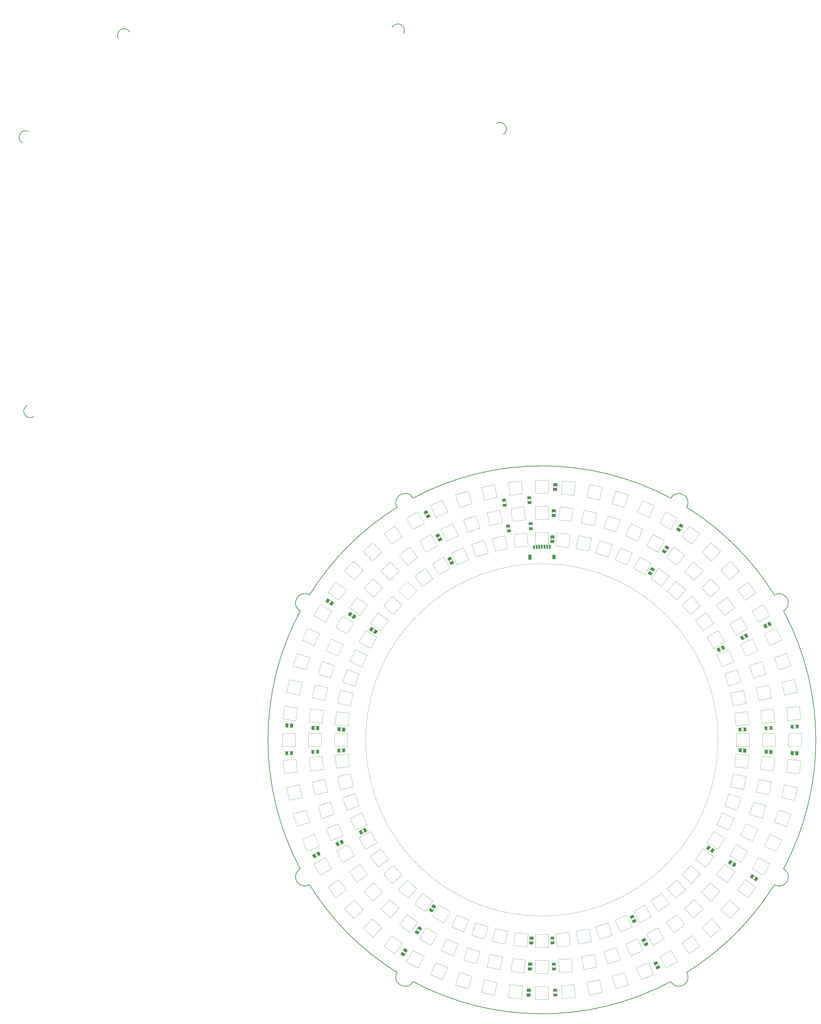
<source format=gbp>
G04 Layer_Color=128*
%FSLAX42Y42*%
%MOMM*%
G71*
G01*
G75*
%ADD112C,0.10*%
%ADD113C,0.25*%
G04:AMPARAMS|DCode=116|XSize=1.45mm|YSize=1.15mm|CornerRadius=0mm|HoleSize=0mm|Usage=FLASHONLY|Rotation=178.525|XOffset=0mm|YOffset=0mm|HoleType=Round|Shape=Rectangle|*
%AMROTATEDRECTD116*
4,1,4,0.74,0.56,0.71,-0.59,-0.74,-0.56,-0.71,0.59,0.74,0.56,0.0*
%
%ADD116ROTATEDRECTD116*%

G04:AMPARAMS|DCode=117|XSize=1.45mm|YSize=1.15mm|CornerRadius=0mm|HoleSize=0mm|Usage=FLASHONLY|Rotation=148.237|XOffset=0mm|YOffset=0mm|HoleType=Round|Shape=Rectangle|*
%AMROTATEDRECTD117*
4,1,4,0.92,0.11,0.31,-0.87,-0.92,-0.11,-0.31,0.87,0.92,0.11,0.0*
%
%ADD117ROTATEDRECTD117*%

G04:AMPARAMS|DCode=118|XSize=1.45mm|YSize=1.15mm|CornerRadius=0mm|HoleSize=0mm|Usage=FLASHONLY|Rotation=147.368|XOffset=0mm|YOffset=0mm|HoleType=Round|Shape=Rectangle|*
%AMROTATEDRECTD118*
4,1,4,0.92,0.09,0.30,-0.88,-0.92,-0.09,-0.30,0.88,0.92,0.09,0.0*
%
%ADD118ROTATEDRECTD118*%

G04:AMPARAMS|DCode=119|XSize=0.6mm|YSize=1.5mm|CornerRadius=0mm|HoleSize=0mm|Usage=FLASHONLY|Rotation=180.438|XOffset=0mm|YOffset=0mm|HoleType=Round|Shape=Rectangle|*
%AMROTATEDRECTD119*
4,1,4,0.29,0.75,0.31,-0.75,-0.29,-0.75,-0.31,0.75,0.29,0.75,0.0*
%
%ADD119ROTATEDRECTD119*%

%ADD120R,1.20X1.80*%
G04:AMPARAMS|DCode=121|XSize=1.2mm|YSize=1.8mm|CornerRadius=0mm|HoleSize=0mm|Usage=FLASHONLY|Rotation=180.438|XOffset=0mm|YOffset=0mm|HoleType=Round|Shape=Rectangle|*
%AMROTATEDRECTD121*
4,1,4,0.59,0.90,0.61,-0.90,-0.59,-0.90,-0.61,0.90,0.59,0.90,0.0*
%
%ADD121ROTATEDRECTD121*%

G04:AMPARAMS|DCode=122|XSize=1.45mm|YSize=1.15mm|CornerRadius=0mm|HoleSize=0mm|Usage=FLASHONLY|Rotation=146.785|XOffset=0mm|YOffset=0mm|HoleType=Round|Shape=Rectangle|*
%AMROTATEDRECTD122*
4,1,4,0.92,0.08,0.29,-0.88,-0.92,-0.08,-0.29,0.88,0.92,0.08,0.0*
%
%ADD122ROTATEDRECTD122*%

G04:AMPARAMS|DCode=123|XSize=1.45mm|YSize=1.15mm|CornerRadius=0mm|HoleSize=0mm|Usage=FLASHONLY|Rotation=117.269|XOffset=0mm|YOffset=0mm|HoleType=Round|Shape=Rectangle|*
%AMROTATEDRECTD123*
4,1,4,0.84,-0.38,-0.18,-0.91,-0.84,0.38,0.18,0.91,0.84,-0.38,0.0*
%
%ADD123ROTATEDRECTD123*%

G04:AMPARAMS|DCode=124|XSize=1.45mm|YSize=1.15mm|CornerRadius=0mm|HoleSize=0mm|Usage=FLASHONLY|Rotation=117.500|XOffset=0mm|YOffset=0mm|HoleType=Round|Shape=Rectangle|*
%AMROTATEDRECTD124*
4,1,4,0.84,-0.38,-0.18,-0.91,-0.84,0.38,0.18,0.91,0.84,-0.38,0.0*
%
%ADD124ROTATEDRECTD124*%

G04:AMPARAMS|DCode=125|XSize=1.45mm|YSize=1.15mm|CornerRadius=0mm|HoleSize=0mm|Usage=FLASHONLY|Rotation=116.986|XOffset=0mm|YOffset=0mm|HoleType=Round|Shape=Rectangle|*
%AMROTATEDRECTD125*
4,1,4,0.84,-0.39,-0.18,-0.91,-0.84,0.39,0.18,0.91,0.84,-0.39,0.0*
%
%ADD125ROTATEDRECTD125*%

G04:AMPARAMS|DCode=126|XSize=1.45mm|YSize=1.15mm|CornerRadius=0mm|HoleSize=0mm|Usage=FLASHONLY|Rotation=86.739|XOffset=0mm|YOffset=0mm|HoleType=Round|Shape=Rectangle|*
%AMROTATEDRECTD126*
4,1,4,0.53,-0.76,-0.62,-0.69,-0.53,0.76,0.62,0.69,0.53,-0.76,0.0*
%
%ADD126ROTATEDRECTD126*%

G04:AMPARAMS|DCode=127|XSize=1.45mm|YSize=1.15mm|CornerRadius=0mm|HoleSize=0mm|Usage=FLASHONLY|Rotation=86.848|XOffset=0mm|YOffset=0mm|HoleType=Round|Shape=Rectangle|*
%AMROTATEDRECTD127*
4,1,4,0.53,-0.76,-0.61,-0.69,-0.53,0.76,0.61,0.69,0.53,-0.76,0.0*
%
%ADD127ROTATEDRECTD127*%

G04:AMPARAMS|DCode=128|XSize=1.45mm|YSize=1.15mm|CornerRadius=0mm|HoleSize=0mm|Usage=FLASHONLY|Rotation=87.572|XOffset=0mm|YOffset=0mm|HoleType=Round|Shape=Rectangle|*
%AMROTATEDRECTD128*
4,1,4,0.54,-0.75,-0.61,-0.70,-0.54,0.75,0.61,0.70,0.54,-0.75,0.0*
%
%ADD128ROTATEDRECTD128*%

G04:AMPARAMS|DCode=129|XSize=1.45mm|YSize=1.15mm|CornerRadius=0mm|HoleSize=0mm|Usage=FLASHONLY|Rotation=56.445|XOffset=0mm|YOffset=0mm|HoleType=Round|Shape=Rectangle|*
%AMROTATEDRECTD129*
4,1,4,0.08,-0.92,-0.88,-0.29,-0.08,0.92,0.88,0.29,0.08,-0.92,0.0*
%
%ADD129ROTATEDRECTD129*%

G04:AMPARAMS|DCode=130|XSize=1.45mm|YSize=1.15mm|CornerRadius=0mm|HoleSize=0mm|Usage=FLASHONLY|Rotation=56.992|XOffset=0mm|YOffset=0mm|HoleType=Round|Shape=Rectangle|*
%AMROTATEDRECTD130*
4,1,4,0.09,-0.92,-0.88,-0.29,-0.09,0.92,0.88,0.29,0.09,-0.92,0.0*
%
%ADD130ROTATEDRECTD130*%

G04:AMPARAMS|DCode=131|XSize=1.45mm|YSize=1.15mm|CornerRadius=0mm|HoleSize=0mm|Usage=FLASHONLY|Rotation=56.772|XOffset=0mm|YOffset=0mm|HoleType=Round|Shape=Rectangle|*
%AMROTATEDRECTD131*
4,1,4,0.08,-0.92,-0.88,-0.29,-0.08,0.92,0.88,0.29,0.08,-0.92,0.0*
%
%ADD131ROTATEDRECTD131*%

G04:AMPARAMS|DCode=132|XSize=1.45mm|YSize=1.15mm|CornerRadius=0mm|HoleSize=0mm|Usage=FLASHONLY|Rotation=27.272|XOffset=0mm|YOffset=0mm|HoleType=Round|Shape=Rectangle|*
%AMROTATEDRECTD132*
4,1,4,-0.38,-0.84,-0.91,0.18,0.38,0.84,0.91,-0.18,-0.38,-0.84,0.0*
%
%ADD132ROTATEDRECTD132*%

G04:AMPARAMS|DCode=133|XSize=1.45mm|YSize=1.15mm|CornerRadius=0mm|HoleSize=0mm|Usage=FLASHONLY|Rotation=27.304|XOffset=0mm|YOffset=0mm|HoleType=Round|Shape=Rectangle|*
%AMROTATEDRECTD133*
4,1,4,-0.38,-0.84,-0.91,0.18,0.38,0.84,0.91,-0.18,-0.38,-0.84,0.0*
%
%ADD133ROTATEDRECTD133*%

G04:AMPARAMS|DCode=134|XSize=1.45mm|YSize=1.15mm|CornerRadius=0mm|HoleSize=0mm|Usage=FLASHONLY|Rotation=26.794|XOffset=0mm|YOffset=0mm|HoleType=Round|Shape=Rectangle|*
%AMROTATEDRECTD134*
4,1,4,-0.39,-0.84,-0.91,0.19,0.39,0.84,0.91,-0.19,-0.39,-0.84,0.0*
%
%ADD134ROTATEDRECTD134*%

G04:AMPARAMS|DCode=135|XSize=1.45mm|YSize=1.15mm|CornerRadius=0mm|HoleSize=0mm|Usage=FLASHONLY|Rotation=357.220|XOffset=0mm|YOffset=0mm|HoleType=Round|Shape=Rectangle|*
%AMROTATEDRECTD135*
4,1,4,-0.75,-0.54,-0.70,0.61,0.75,0.54,0.70,-0.61,-0.75,-0.54,0.0*
%
%ADD135ROTATEDRECTD135*%

G04:AMPARAMS|DCode=136|XSize=1.45mm|YSize=1.15mm|CornerRadius=0mm|HoleSize=0mm|Usage=FLASHONLY|Rotation=357.169|XOffset=0mm|YOffset=0mm|HoleType=Round|Shape=Rectangle|*
%AMROTATEDRECTD136*
4,1,4,-0.75,-0.54,-0.70,0.61,0.75,0.54,0.70,-0.61,-0.75,-0.54,0.0*
%
%ADD136ROTATEDRECTD136*%

G04:AMPARAMS|DCode=137|XSize=1.45mm|YSize=1.15mm|CornerRadius=0mm|HoleSize=0mm|Usage=FLASHONLY|Rotation=357.386|XOffset=0mm|YOffset=0mm|HoleType=Round|Shape=Rectangle|*
%AMROTATEDRECTD137*
4,1,4,-0.75,-0.54,-0.70,0.61,0.75,0.54,0.70,-0.61,-0.75,-0.54,0.0*
%
%ADD137ROTATEDRECTD137*%

G04:AMPARAMS|DCode=138|XSize=1.45mm|YSize=1.15mm|CornerRadius=0mm|HoleSize=0mm|Usage=FLASHONLY|Rotation=326.426|XOffset=0mm|YOffset=0mm|HoleType=Round|Shape=Rectangle|*
%AMROTATEDRECTD138*
4,1,4,-0.92,-0.08,-0.29,0.88,0.92,0.08,0.29,-0.88,-0.92,-0.08,0.0*
%
%ADD138ROTATEDRECTD138*%

G04:AMPARAMS|DCode=139|XSize=1.45mm|YSize=1.15mm|CornerRadius=0mm|HoleSize=0mm|Usage=FLASHONLY|Rotation=178.500|XOffset=0mm|YOffset=0mm|HoleType=Round|Shape=Rectangle|*
%AMROTATEDRECTD139*
4,1,4,0.74,0.56,0.71,-0.59,-0.74,-0.56,-0.71,0.59,0.74,0.56,0.0*
%
%ADD139ROTATEDRECTD139*%

G04:AMPARAMS|DCode=140|XSize=1.45mm|YSize=1.15mm|CornerRadius=0mm|HoleSize=0mm|Usage=FLASHONLY|Rotation=177.821|XOffset=0mm|YOffset=0mm|HoleType=Round|Shape=Rectangle|*
%AMROTATEDRECTD140*
4,1,4,0.75,0.55,0.70,-0.60,-0.75,-0.55,-0.70,0.60,0.75,0.55,0.0*
%
%ADD140ROTATEDRECTD140*%

G04:AMPARAMS|DCode=141|XSize=1.45mm|YSize=1.15mm|CornerRadius=0mm|HoleSize=0mm|Usage=FLASHONLY|Rotation=209.832|XOffset=0mm|YOffset=0mm|HoleType=Round|Shape=Rectangle|*
%AMROTATEDRECTD141*
4,1,4,0.34,0.86,0.91,-0.14,-0.34,-0.86,-0.91,0.14,0.34,0.86,0.0*
%
%ADD141ROTATEDRECTD141*%

G04:AMPARAMS|DCode=142|XSize=1.4mm|YSize=1.05mm|CornerRadius=0mm|HoleSize=0mm|Usage=FLASHONLY|Rotation=272.678|XOffset=0mm|YOffset=0mm|HoleType=Round|Shape=Rectangle|*
%AMROTATEDRECTD142*
4,1,4,-0.56,0.67,0.49,0.72,0.56,-0.67,-0.49,-0.72,-0.56,0.67,0.0*
%
%ADD142ROTATEDRECTD142*%

G04:AMPARAMS|DCode=143|XSize=1.4mm|YSize=1.05mm|CornerRadius=0mm|HoleSize=0mm|Usage=FLASHONLY|Rotation=3.004|XOffset=0mm|YOffset=0mm|HoleType=Round|Shape=Rectangle|*
%AMROTATEDRECTD143*
4,1,4,-0.67,-0.56,-0.73,0.49,0.67,0.56,0.73,-0.49,-0.67,-0.56,0.0*
%
%ADD143ROTATEDRECTD143*%

G04:AMPARAMS|DCode=144|XSize=1.4mm|YSize=1.05mm|CornerRadius=0mm|HoleSize=0mm|Usage=FLASHONLY|Rotation=272.498|XOffset=0mm|YOffset=0mm|HoleType=Round|Shape=Rectangle|*
%AMROTATEDRECTD144*
4,1,4,-0.56,0.68,0.49,0.72,0.56,-0.68,-0.49,-0.72,-0.56,0.68,0.0*
%
%ADD144ROTATEDRECTD144*%

G04:AMPARAMS|DCode=145|XSize=1.4mm|YSize=1.05mm|CornerRadius=0mm|HoleSize=0mm|Usage=FLASHONLY|Rotation=3.000|XOffset=0mm|YOffset=0mm|HoleType=Round|Shape=Rectangle|*
%AMROTATEDRECTD145*
4,1,4,-0.67,-0.56,-0.73,0.49,0.67,0.56,0.73,-0.49,-0.67,-0.56,0.0*
%
%ADD145ROTATEDRECTD145*%

G04:AMPARAMS|DCode=146|XSize=1.4mm|YSize=1.05mm|CornerRadius=0mm|HoleSize=0mm|Usage=FLASHONLY|Rotation=273.177|XOffset=0mm|YOffset=0mm|HoleType=Round|Shape=Rectangle|*
%AMROTATEDRECTD146*
4,1,4,-0.56,0.67,0.49,0.73,0.56,-0.67,-0.49,-0.73,-0.56,0.67,0.0*
%
%ADD146ROTATEDRECTD146*%

G04:AMPARAMS|DCode=147|XSize=1.4mm|YSize=1.05mm|CornerRadius=0mm|HoleSize=0mm|Usage=FLASHONLY|Rotation=189.500|XOffset=0mm|YOffset=0mm|HoleType=Round|Shape=Rectangle|*
%AMROTATEDRECTD147*
4,1,4,0.60,0.63,0.78,-0.40,-0.60,-0.63,-0.78,0.40,0.60,0.63,0.0*
%
%ADD147ROTATEDRECTD147*%

G04:AMPARAMS|DCode=148|XSize=1.4mm|YSize=1.05mm|CornerRadius=0mm|HoleSize=0mm|Usage=FLASHONLY|Rotation=189.000|XOffset=0mm|YOffset=0mm|HoleType=Round|Shape=Rectangle|*
%AMROTATEDRECTD148*
4,1,4,0.61,0.63,0.77,-0.41,-0.61,-0.63,-0.77,0.41,0.61,0.63,0.0*
%
%ADD148ROTATEDRECTD148*%

G04:AMPARAMS|DCode=149|XSize=1.4mm|YSize=1.05mm|CornerRadius=0mm|HoleSize=0mm|Usage=FLASHONLY|Rotation=2.023|XOffset=0mm|YOffset=0mm|HoleType=Round|Shape=Rectangle|*
%AMROTATEDRECTD149*
4,1,4,-0.68,-0.55,-0.72,0.50,0.68,0.55,0.72,-0.50,-0.68,-0.55,0.0*
%
%ADD149ROTATEDRECTD149*%

G04:AMPARAMS|DCode=150|XSize=1.4mm|YSize=1.05mm|CornerRadius=0mm|HoleSize=0mm|Usage=FLASHONLY|Rotation=1.976|XOffset=0mm|YOffset=0mm|HoleType=Round|Shape=Rectangle|*
%AMROTATEDRECTD150*
4,1,4,-0.68,-0.55,-0.72,0.50,0.68,0.55,0.72,-0.50,-0.68,-0.55,0.0*
%
%ADD150ROTATEDRECTD150*%

G04:AMPARAMS|DCode=151|XSize=1.4mm|YSize=1.05mm|CornerRadius=0mm|HoleSize=0mm|Usage=FLASHONLY|Rotation=2.523|XOffset=0mm|YOffset=0mm|HoleType=Round|Shape=Rectangle|*
%AMROTATEDRECTD151*
4,1,4,-0.68,-0.56,-0.72,0.49,0.68,0.56,0.72,-0.49,-0.68,-0.56,0.0*
%
%ADD151ROTATEDRECTD151*%

D112*
X6750Y0D02*
G03*
X6750Y0I-6750J0D01*
G01*
X-7435Y-530D02*
X-7383Y-1027D01*
X-7933Y-582D02*
X-7880Y-1080D01*
X-7933Y-582D02*
X-7435Y-530D01*
X-7880Y-1080D02*
X-7383Y-1027D01*
X-246Y7446D02*
X254Y7454D01*
X-254Y7946D02*
X246Y7954D01*
X254Y7454D01*
X-254Y7946D02*
X-246Y7446D01*
X528Y7438D02*
X1025Y7381D01*
X585Y7935D02*
X1082Y7878D01*
X1025Y7381D02*
X1082Y7878D01*
X528Y7438D02*
X585Y7935D01*
X1304Y7340D02*
X1792Y7235D01*
X1409Y7829D02*
X1898Y7723D01*
X1792Y7235D02*
X1898Y7723D01*
X1304Y7340D02*
X1409Y7829D01*
X2065Y7162D02*
X2541Y7009D01*
X2218Y7638D02*
X2694Y7484D01*
X2541Y7009D02*
X2694Y7484D01*
X2065Y7162D02*
X2218Y7638D01*
X2802Y6907D02*
X3259Y6705D01*
X3004Y7364D02*
X3462Y7162D01*
X3259Y6705D02*
X3462Y7162D01*
X2802Y6907D02*
X3004Y7364D01*
X4176Y6176D02*
X4579Y5880D01*
X4473Y6579D02*
X4875Y6283D01*
X4579Y5880D02*
X4875Y6283D01*
X4176Y6176D02*
X4473Y6579D01*
X4799Y5700D02*
X5175Y5369D01*
X5130Y6075D02*
X5505Y5745D01*
X5175Y5369D02*
X5505Y5745D01*
X4799Y5700D02*
X5130Y6075D01*
X5369Y5176D02*
X5698Y4800D01*
X5746Y5505D02*
X6075Y5128D01*
X5698Y4800D02*
X6075Y5128D01*
X5369Y5176D02*
X5746Y5505D01*
X5880Y4581D02*
X6175Y4177D01*
X6284Y4875D02*
X6579Y4471D01*
X6175Y4177D02*
X6579Y4471D01*
X5880Y4581D02*
X6284Y4875D01*
X6704Y3258D02*
X6908Y2802D01*
X7160Y3462D02*
X7365Y3006D01*
X6908Y2802D02*
X7365Y3006D01*
X6704Y3258D02*
X7160Y3462D01*
X7011Y2546D02*
X7157Y2067D01*
X7489Y2691D02*
X7635Y2213D01*
X7157Y2067D02*
X7635Y2213D01*
X7011Y2546D02*
X7489Y2691D01*
X7236Y1795D02*
X7338Y1305D01*
X7726Y1897D02*
X7827Y1407D01*
X7338Y1305D02*
X7827Y1407D01*
X7236Y1795D02*
X7726Y1897D01*
X7381Y1025D02*
X7438Y528D01*
X7878Y1082D02*
X7935Y585D01*
X7438Y528D02*
X7935Y585D01*
X7381Y1025D02*
X7878Y1082D01*
X-1025Y7381D02*
X-528Y7438D01*
X-1082Y7878D02*
X-585Y7935D01*
X-528Y7438D01*
X-1082Y7878D02*
X-1025Y7381D01*
X-246Y8446D02*
X254Y8454D01*
X-254Y8946D02*
X246Y8954D01*
X254Y8454D01*
X-254Y8946D02*
X-246Y8446D01*
X635Y8430D02*
X1132Y8378D01*
X687Y8927D02*
X1184Y8875D01*
X1132Y8378D02*
X1184Y8875D01*
X635Y8430D02*
X687Y8927D01*
X1512Y8317D02*
X2001Y8213D01*
X1616Y8806D02*
X2105Y8702D01*
X2001Y8213D02*
X2105Y8702D01*
X1512Y8317D02*
X1616Y8806D01*
X2376Y8108D02*
X2854Y7962D01*
X2522Y8586D02*
X3001Y8440D01*
X2854Y7962D02*
X3001Y8440D01*
X2376Y8108D02*
X2522Y8586D01*
X3211Y7815D02*
X3671Y7620D01*
X3406Y8276D02*
X3866Y8080D01*
X3671Y7620D02*
X3866Y8080D01*
X3211Y7815D02*
X3406Y8276D01*
X4765Y6983D02*
X5169Y6689D01*
X5058Y7388D02*
X5463Y7094D01*
X5169Y6689D02*
X5463Y7094D01*
X4765Y6983D02*
X5058Y7388D01*
X5468Y6447D02*
X5840Y6112D01*
X5803Y6818D02*
X6175Y6484D01*
X5840Y6112D02*
X6175Y6484D01*
X5468Y6447D02*
X5803Y6818D01*
X6112Y5834D02*
X6453Y5468D01*
X6478Y6175D02*
X6819Y5809D01*
X6453Y5468D02*
X6819Y5809D01*
X6112Y5834D02*
X6478Y6175D01*
X6689Y5166D02*
X6986Y4764D01*
X7091Y5463D02*
X7388Y5061D01*
X6986Y4764D02*
X7388Y5061D01*
X6689Y5166D02*
X7091Y5463D01*
X7193Y4442D02*
X7443Y4008D01*
X7626Y4692D02*
X7876Y4258D01*
X7443Y4008D02*
X7876Y4258D01*
X7193Y4442D02*
X7626Y4692D01*
X7617Y3662D02*
X7824Y3207D01*
X8072Y3870D02*
X8279Y3415D01*
X7824Y3207D02*
X8279Y3415D01*
X7617Y3662D02*
X8072Y3870D01*
X7958Y2846D02*
X8116Y2372D01*
X8432Y3005D02*
X8591Y2531D01*
X8116Y2372D02*
X8591Y2531D01*
X7958Y2846D02*
X8432Y3005D01*
X8217Y2007D02*
X8312Y1516D01*
X8708Y2102D02*
X8803Y1611D01*
X8312Y1516D02*
X8803Y1611D01*
X8217Y2007D02*
X8708Y2102D01*
X8378Y1132D02*
X8430Y635D01*
X8875Y1184D02*
X8927Y687D01*
X8430Y635D02*
X8927Y687D01*
X8378Y1132D02*
X8875Y1184D01*
X-1129Y8376D02*
X-633Y8432D01*
X-1186Y8872D02*
X-689Y8929D01*
X-633Y8432D01*
X-1186Y8872D02*
X-1129Y8376D01*
X-246Y9446D02*
X254Y9454D01*
X-254Y9946D02*
X246Y9954D01*
X254Y9454D01*
X-254Y9946D02*
X-246Y9446D01*
X739Y9424D02*
X1236Y9372D01*
X791Y9922D02*
X1289Y9869D01*
X1236Y9372D02*
X1289Y9869D01*
X739Y9424D02*
X791Y9922D01*
X1720Y9295D02*
X2209Y9192D01*
X1824Y9785D02*
X2313Y9681D01*
X2209Y9192D02*
X2313Y9681D01*
X1720Y9295D02*
X1824Y9785D01*
X3654Y8716D02*
X4112Y8515D01*
X3856Y9174D02*
X4313Y8972D01*
X4112Y8515D02*
X4313Y8972D01*
X3654Y8716D02*
X3856Y9174D01*
X5352Y7795D02*
X5754Y7498D01*
X5649Y8197D02*
X6051Y7900D01*
X5754Y7498D02*
X6051Y7900D01*
X5352Y7795D02*
X5649Y8197D01*
X6137Y7190D02*
X6509Y6855D01*
X6472Y7562D02*
X6844Y7227D01*
X6509Y6855D02*
X6844Y7227D01*
X6137Y7190D02*
X6472Y7562D01*
X6855Y6509D02*
X7190Y6137D01*
X7227Y6844D02*
X7562Y6472D01*
X7190Y6137D02*
X7562Y6472D01*
X6855Y6509D02*
X7227Y6844D01*
X7498Y5757D02*
X7792Y5352D01*
X7903Y6051D02*
X8197Y5646D01*
X7792Y5352D02*
X8197Y5646D01*
X7498Y5757D02*
X7903Y6051D01*
X8059Y4942D02*
X8309Y4508D01*
X8492Y5192D02*
X8742Y4758D01*
X8309Y4508D02*
X8742Y4758D01*
X8059Y4942D02*
X8492Y5192D01*
X8531Y4071D02*
X8735Y3615D01*
X8987Y4276D02*
X9192Y3819D01*
X8735Y3615D02*
X9192Y3819D01*
X8531Y4071D02*
X8987Y4276D01*
X8910Y3158D02*
X9065Y2682D01*
X9386Y3312D02*
X9540Y2837D01*
X9065Y2682D02*
X9540Y2837D01*
X8910Y3158D02*
X9386Y3312D01*
X9190Y2207D02*
X9298Y1719D01*
X9678Y2315D02*
X9786Y1827D01*
X9298Y1719D02*
X9786Y1827D01*
X9190Y2207D02*
X9678Y2315D01*
X9374Y1239D02*
X9422Y741D01*
X9872Y1287D02*
X9920Y789D01*
X9422Y741D02*
X9920Y789D01*
X9374Y1239D02*
X9872Y1287D01*
X-1234Y9370D02*
X-737Y9427D01*
X-1291Y9867D02*
X-794Y9924D01*
X-737Y9427D01*
X-1291Y9867D02*
X-1234Y9370D01*
X2684Y9062D02*
X3161Y8912D01*
X2834Y9539D02*
X3311Y9389D01*
X3161Y8912D02*
X3311Y9389D01*
X2684Y9062D02*
X2834Y9539D01*
X6328Y3945D02*
X6574Y3509D01*
X6763Y4191D02*
X7009Y3755D01*
X6574Y3509D02*
X7009Y3755D01*
X6328Y3945D02*
X6763Y4191D01*
X473Y7578D02*
X478Y7798D01*
X328Y7581D02*
X333Y7801D01*
X328Y7581D02*
X473Y7578D01*
X333Y7801D02*
X478Y7798D01*
X4197Y6326D02*
X4313Y6513D01*
X4074Y6402D02*
X4190Y6589D01*
X4074Y6402D02*
X4197Y6326D01*
X4190Y6589D02*
X4313Y6513D01*
X4740Y7165D02*
X4859Y7350D01*
X4618Y7243D02*
X4737Y7428D01*
X4618Y7243D02*
X4740Y7165D01*
X4737Y7428D02*
X4859Y7350D01*
X4509Y8306D02*
X4944Y8060D01*
X4756Y8741D02*
X5191Y8495D01*
X4944Y8060D02*
X5191Y8495D01*
X4509Y8306D02*
X4756Y8741D01*
X4010Y7437D02*
X4447Y7195D01*
X4253Y7874D02*
X4690Y7632D01*
X4447Y7195D02*
X4690Y7632D01*
X4010Y7437D02*
X4253Y7874D01*
X3509Y6574D02*
X3945Y6328D01*
X3755Y7009D02*
X4191Y6763D01*
X3945Y6328D02*
X4191Y6763D01*
X3509Y6574D02*
X3755Y7009D01*
X5283Y8003D02*
X5404Y8187D01*
X5162Y8083D02*
X5283Y8267D01*
X5162Y8083D02*
X5283Y8003D01*
X5283Y8267D02*
X5404Y8187D01*
X6796Y3381D02*
X6992Y3482D01*
X6730Y3510D02*
X6925Y3611D01*
X6730Y3510D02*
X6796Y3381D01*
X6925Y3611D02*
X6992Y3482D01*
X7688Y3835D02*
X7883Y3936D01*
X7621Y3963D02*
X7816Y4065D01*
X7621Y3963D02*
X7688Y3835D01*
X7816Y4065D02*
X7883Y3936D01*
X8578Y4289D02*
X8774Y4389D01*
X8512Y4418D02*
X8708Y4518D01*
X8512Y4418D02*
X8578Y4289D01*
X8708Y4518D02*
X8774Y4389D01*
X7575Y-469D02*
X7795Y-482D01*
X7584Y-324D02*
X7803Y-337D01*
X7575Y-469D02*
X7584Y-324D01*
X7795Y-482D02*
X7803Y-337D01*
X8574Y-522D02*
X8794Y-534D01*
X8582Y-377D02*
X8802Y-389D01*
X8574Y-522D02*
X8582Y-377D01*
X8794Y-534D02*
X8802Y-389D01*
X9574Y-575D02*
X9794Y-585D01*
X9580Y-431D02*
X9800Y-440D01*
X9574Y-575D02*
X9580Y-431D01*
X9794Y-585D02*
X9800Y-440D01*
X6326Y-4193D02*
X6509Y-4315D01*
X6406Y-4073D02*
X6590Y-4194D01*
X6326Y-4193D02*
X6406Y-4073D01*
X6509Y-4315D02*
X6590Y-4194D01*
X7165Y-4739D02*
X7349Y-4859D01*
X7244Y-4618D02*
X7428Y-4737D01*
X7165Y-4739D02*
X7244Y-4618D01*
X7349Y-4859D02*
X7428Y-4737D01*
X8003Y-5283D02*
X8187Y-5404D01*
X8083Y-5162D02*
X8267Y-5283D01*
X8003Y-5283D02*
X8083Y-5162D01*
X8187Y-5404D02*
X8267Y-5283D01*
X3381Y-6796D02*
X3482Y-6992D01*
X3510Y-6730D02*
X3611Y-6925D01*
X3381Y-6796D02*
X3510Y-6730D01*
X3482Y-6992D02*
X3611Y-6925D01*
X3835Y-7687D02*
X3936Y-7883D01*
X3964Y-7621D02*
X4065Y-7816D01*
X3835Y-7687D02*
X3964Y-7621D01*
X3936Y-7883D02*
X4065Y-7816D01*
X4289Y-8577D02*
X4389Y-8774D01*
X4419Y-8512D02*
X4518Y-8708D01*
X4289Y-8577D02*
X4419Y-8512D01*
X4389Y-8774D02*
X4518Y-8708D01*
X-481Y-7796D02*
X-470Y-7576D01*
X-336Y-7803D02*
X-325Y-7583D01*
X-470Y-7576D02*
X-325Y-7583D01*
X-481Y-7796D02*
X-336Y-7803D01*
X-533Y-8794D02*
X-522Y-8575D01*
X-388Y-8802D02*
X-377Y-8582D01*
X-522Y-8575D02*
X-377Y-8582D01*
X-533Y-8794D02*
X-388Y-8802D01*
X-585Y-9793D02*
X-575Y-9574D01*
X-440Y-9800D02*
X-430Y-9580D01*
X-575Y-9574D02*
X-430Y-9580D01*
X-585Y-9793D02*
X-440Y-9800D01*
X-4315Y-6509D02*
X-4193Y-6326D01*
X-4194Y-6590D02*
X-4072Y-6406D01*
X-4193Y-6326D02*
X-4072Y-6406D01*
X-4315Y-6509D02*
X-4194Y-6590D01*
X-4859Y-7349D02*
X-4739Y-7165D01*
X-4738Y-7428D02*
X-4618Y-7244D01*
X-4739Y-7165D02*
X-4618Y-7244D01*
X-4859Y-7349D02*
X-4738Y-7428D01*
X-5404Y-8188D02*
X-5284Y-8003D01*
X-5282Y-8267D02*
X-5162Y-8082D01*
X-5284Y-8003D02*
X-5162Y-8082D01*
X-5404Y-8188D02*
X-5282Y-8267D01*
X-6992Y-3481D02*
X-6796Y-3381D01*
X-6926Y-3610D02*
X-6730Y-3510D01*
X-6796Y-3381D02*
X-6730Y-3510D01*
X-6992Y-3481D02*
X-6926Y-3610D01*
X525Y8576D02*
X531Y8796D01*
X380Y8580D02*
X386Y8800D01*
X380Y8580D02*
X525Y8576D01*
X386Y8800D02*
X531Y8796D01*
X576Y9574D02*
X584Y9794D01*
X431Y9580D02*
X439Y9799D01*
X431Y9580D02*
X576Y9574D01*
X439Y9799D02*
X584Y9794D01*
X-3942Y7883D02*
X-3832Y7692D01*
X-4067Y7811D02*
X-3958Y7620D01*
X-3832Y7692D01*
X-4067Y7811D02*
X-3942Y7883D01*
X-9800Y-445D02*
X-9793Y-580D01*
X-9580Y-435D02*
X-9574Y-570D01*
X-9793Y-580D02*
X-9574Y-570D01*
X-9800Y-445D02*
X-9580Y-435D01*
X9793Y581D02*
X9800Y446D01*
X9573Y569D02*
X9580Y434D01*
X9573Y569D02*
X9793Y581D01*
X9580Y434D02*
X9800Y446D01*
X-543Y9074D02*
X-408Y9081D01*
X-555Y9294D02*
X-420Y9301D01*
X-408Y9081D01*
X-555Y9294D02*
X-543Y9074D01*
X-8801Y-393D02*
X-8795Y-528D01*
X-8581Y-383D02*
X-8575Y-518D01*
X-8795Y-528D02*
X-8575Y-518D01*
X-8801Y-393D02*
X-8581Y-383D01*
X8795Y527D02*
X8801Y393D01*
X8575Y518D02*
X8581Y383D01*
X8575Y518D02*
X8795Y527D01*
X8581Y383D02*
X8801Y393D01*
X-491Y8075D02*
X-356Y8082D01*
X-502Y8295D02*
X-368Y8302D01*
X-356Y8082D01*
X-502Y8295D02*
X-491Y8075D01*
X-7803Y-342D02*
X-7796Y-476D01*
X-7583Y-329D02*
X-7576Y-464D01*
X-7796Y-476D02*
X-7576Y-464D01*
X-7803Y-342D02*
X-7583Y-329D01*
X7797Y475D02*
X7802Y340D01*
X7577Y466D02*
X7582Y331D01*
X7577Y466D02*
X7797Y475D01*
X7582Y331D02*
X7802Y340D01*
X7448Y248D02*
X7452Y-252D01*
X7948Y252D02*
X7952Y-248D01*
X7452Y-252D02*
X7952Y-248D01*
X7448Y248D02*
X7948Y252D01*
X8448Y-248D02*
X8452Y252D01*
X8948Y-252D02*
X8952Y248D01*
X8448Y-248D02*
X8948Y-252D01*
X8452Y252D02*
X8952Y248D01*
X9450Y250D02*
X9450Y-250D01*
X9950Y250D02*
X9950Y-250D01*
X9450Y-250D02*
X9950Y-250D01*
X9450Y250D02*
X9950Y250D01*
X9370Y-1234D02*
X9427Y-737D01*
X9867Y-1291D02*
X9924Y-794D01*
X9370Y-1234D02*
X9867Y-1291D01*
X9427Y-737D02*
X9924Y-794D01*
X8374Y-1127D02*
X8435Y-631D01*
X8870Y-1188D02*
X8931Y-692D01*
X8374Y-1127D02*
X8870Y-1188D01*
X8435Y-631D02*
X8931Y-692D01*
X7381Y-1025D02*
X7438Y-528D01*
X7878Y-1082D02*
X7935Y-585D01*
X7381Y-1025D02*
X7878Y-1082D01*
X7438Y-528D02*
X7935Y-585D01*
X7235Y-1793D02*
X7339Y-1304D01*
X7724Y-1897D02*
X7828Y-1408D01*
X7235Y-1793D02*
X7724Y-1897D01*
X7339Y-1304D02*
X7828Y-1408D01*
X7008Y-2540D02*
X7163Y-2064D01*
X7484Y-2694D02*
X7638Y-2219D01*
X7008Y-2540D02*
X7484Y-2694D01*
X7163Y-2064D02*
X7638Y-2219D01*
X7959Y-2849D02*
X8114Y-2373D01*
X8435Y-3003D02*
X8589Y-2528D01*
X7959Y-2849D02*
X8435Y-3003D01*
X8114Y-2373D02*
X8589Y-2528D01*
X8910Y-3158D02*
X9065Y-2682D01*
X9386Y-3312D02*
X9540Y-2837D01*
X8910Y-3158D02*
X9386Y-3312D01*
X9065Y-2682D02*
X9540Y-2837D01*
X9192Y-2209D02*
X9295Y-1720D01*
X9681Y-2313D02*
X9785Y-1824D01*
X9192Y-2209D02*
X9681Y-2313D01*
X9295Y-1720D02*
X9785Y-1824D01*
X8213Y-2001D02*
X8317Y-1512D01*
X8702Y-2105D02*
X8806Y-1616D01*
X8213Y-2001D02*
X8702Y-2105D01*
X8317Y-1512D02*
X8806Y-1616D01*
X8531Y-4072D02*
X8735Y-3615D01*
X8988Y-4275D02*
X9191Y-3819D01*
X8531Y-4072D02*
X8988Y-4275D01*
X8735Y-3615D02*
X9191Y-3819D01*
X7617Y-3664D02*
X7823Y-3208D01*
X8073Y-3869D02*
X8278Y-3413D01*
X7617Y-3664D02*
X8073Y-3869D01*
X7823Y-3208D02*
X8278Y-3413D01*
X6702Y-3253D02*
X6913Y-2800D01*
X7155Y-3464D02*
X7367Y-3011D01*
X6702Y-3253D02*
X7155Y-3464D01*
X6913Y-2800D02*
X7367Y-3011D01*
X6325Y-3936D02*
X6583Y-3507D01*
X6754Y-4193D02*
X7011Y-3764D01*
X6325Y-3936D02*
X6754Y-4193D01*
X6583Y-3507D02*
X7011Y-3764D01*
X7192Y-4439D02*
X7446Y-4008D01*
X7623Y-4692D02*
X7877Y-4261D01*
X7192Y-4439D02*
X7623Y-4692D01*
X7446Y-4008D02*
X7877Y-4261D01*
X8058Y-4939D02*
X8312Y-4508D01*
X8489Y-5192D02*
X8743Y-4761D01*
X8058Y-4939D02*
X8489Y-5192D01*
X8312Y-4508D02*
X8743Y-4761D01*
X6688Y-5163D02*
X6989Y-4764D01*
X7088Y-5464D02*
X7389Y-5065D01*
X6688Y-5163D02*
X7088Y-5464D01*
X6989Y-4764D02*
X7389Y-5065D01*
X7498Y-5757D02*
X7792Y-5352D01*
X7903Y-6051D02*
X8197Y-5646D01*
X7498Y-5757D02*
X7903Y-6051D01*
X7792Y-5352D02*
X8197Y-5646D01*
X5880Y-4578D02*
X6177Y-4176D01*
X6282Y-4876D02*
X6579Y-4474D01*
X5880Y-4578D02*
X6282Y-4876D01*
X6177Y-4176D02*
X6579Y-4474D01*
X6855Y-6509D02*
X7190Y-6137D01*
X7227Y-6844D02*
X7562Y-6472D01*
X6855Y-6509D02*
X7227Y-6844D01*
X7190Y-6137D02*
X7562Y-6472D01*
X6112Y-5840D02*
X6447Y-5468D01*
X6484Y-6175D02*
X6818Y-5803D01*
X6112Y-5840D02*
X6484Y-6175D01*
X6447Y-5468D02*
X6818Y-5803D01*
X5369Y-5171D02*
X5704Y-4799D01*
X5741Y-5505D02*
X6075Y-5134D01*
X5369Y-5171D02*
X5741Y-5505D01*
X5704Y-4799D02*
X6075Y-5134D01*
X6138Y-7187D02*
X6512Y-6856D01*
X6469Y-7561D02*
X6843Y-7230D01*
X6138Y-7187D02*
X6469Y-7561D01*
X6512Y-6856D02*
X6843Y-7230D01*
X5469Y-6444D02*
X5843Y-6112D01*
X5800Y-6818D02*
X6174Y-6487D01*
X5469Y-6444D02*
X5800Y-6818D01*
X5843Y-6112D02*
X6174Y-6487D01*
X4799Y-5701D02*
X5174Y-5369D01*
X5131Y-6075D02*
X5505Y-5744D01*
X4799Y-5701D02*
X5131Y-6075D01*
X5174Y-5369D02*
X5505Y-5744D01*
X5352Y-7792D02*
X5757Y-7498D01*
X5646Y-8197D02*
X6051Y-7903D01*
X5352Y-7792D02*
X5646Y-8197D01*
X5757Y-7498D02*
X6051Y-7903D01*
X4766Y-6977D02*
X5175Y-6690D01*
X5052Y-7387D02*
X5462Y-7100D01*
X4766Y-6977D02*
X5052Y-7387D01*
X5175Y-6690D02*
X5462Y-7100D01*
X4178Y-6165D02*
X4590Y-5882D01*
X4462Y-6577D02*
X4874Y-6294D01*
X4178Y-6165D02*
X4462Y-6577D01*
X4590Y-5882D02*
X4874Y-6294D01*
X4508Y-8310D02*
X4940Y-8059D01*
X4760Y-8742D02*
X5192Y-8491D01*
X4508Y-8310D02*
X4760Y-8742D01*
X4940Y-8059D02*
X5192Y-8491D01*
X4009Y-7440D02*
X4445Y-7194D01*
X4255Y-7875D02*
X4691Y-7629D01*
X4009Y-7440D02*
X4255Y-7875D01*
X4445Y-7194D02*
X4691Y-7629D01*
X3510Y-6571D02*
X3947Y-6329D01*
X3753Y-7008D02*
X4190Y-6766D01*
X3510Y-6571D02*
X3753Y-7008D01*
X3947Y-6329D02*
X4190Y-6766D01*
X3616Y-8732D02*
X4075Y-8532D01*
X3816Y-9190D02*
X4274Y-8991D01*
X3616Y-8732D02*
X3816Y-9190D01*
X4075Y-8532D02*
X4274Y-8991D01*
X3211Y-7815D02*
X3671Y-7620D01*
X3406Y-8276D02*
X3866Y-8080D01*
X3211Y-7815D02*
X3406Y-8276D01*
X3671Y-7620D02*
X3866Y-8080D01*
X2802Y-6908D02*
X3259Y-6704D01*
X3005Y-7364D02*
X3462Y-7161D01*
X2802Y-6908D02*
X3005Y-7364D01*
X3259Y-6704D02*
X3462Y-7161D01*
X2685Y-9059D02*
X3163Y-8913D01*
X2831Y-9537D02*
X3310Y-9391D01*
X2685Y-9059D02*
X2831Y-9537D01*
X3163Y-8913D02*
X3310Y-9391D01*
X2373Y-8114D02*
X2849Y-7959D01*
X2528Y-8589D02*
X3003Y-8435D01*
X2373Y-8114D02*
X2528Y-8589D01*
X2849Y-7959D02*
X3003Y-8435D01*
X2066Y-7160D02*
X2543Y-7010D01*
X2216Y-7637D02*
X2693Y-7486D01*
X2066Y-7160D02*
X2216Y-7637D01*
X2543Y-7010D02*
X2693Y-7486D01*
X1722Y-9293D02*
X2212Y-9193D01*
X1822Y-9783D02*
X2312Y-9683D01*
X1722Y-9293D02*
X1822Y-9783D01*
X2212Y-9193D02*
X2312Y-9683D01*
X1517Y-8310D02*
X2009Y-8219D01*
X1609Y-8801D02*
X2100Y-8710D01*
X1517Y-8310D02*
X1609Y-8801D01*
X2009Y-8219D02*
X2100Y-8710D01*
X1306Y-7337D02*
X1796Y-7237D01*
X1406Y-7827D02*
X1896Y-7727D01*
X1306Y-7337D02*
X1406Y-7827D01*
X1796Y-7237D02*
X1896Y-7727D01*
X739Y-9424D02*
X1236Y-9372D01*
X791Y-9922D02*
X1289Y-9869D01*
X739Y-9424D02*
X791Y-9922D01*
X1236Y-9372D02*
X1289Y-9869D01*
X-250Y-9450D02*
X250Y-9450D01*
X-250Y-9950D02*
X250Y-9950D01*
X-250Y-9450D02*
X-250Y-9950D01*
X250Y-9450D02*
X250Y-9950D01*
X-1238Y-9373D02*
X-740Y-9423D01*
X-1288Y-9871D02*
X-790Y-9921D01*
X-1288Y-9871D02*
X-1238Y-9373D01*
X-790Y-9921D02*
X-740Y-9423D01*
X-2209Y-9192D02*
X-1720Y-9295D01*
X-2313Y-9681D02*
X-1824Y-9785D01*
X-2313Y-9681D02*
X-2209Y-9192D01*
X-1824Y-9785D02*
X-1720Y-9295D01*
X-3158Y-8910D02*
X-2682Y-9065D01*
X-3312Y-9386D02*
X-2837Y-9540D01*
X-3312Y-9386D02*
X-3158Y-8910D01*
X-2837Y-9540D02*
X-2682Y-9065D01*
X643Y-8420D02*
X1141Y-8386D01*
X677Y-8919D02*
X1176Y-8884D01*
X643Y-8420D02*
X677Y-8919D01*
X1141Y-8386D02*
X1176Y-8884D01*
X-250Y-8450D02*
X250Y-8450D01*
X-250Y-8950D02*
X250Y-8950D01*
X-250Y-8450D02*
X-250Y-8950D01*
X250Y-8950D02*
X250Y-8450D01*
X530Y-7435D02*
X1027Y-7383D01*
X582Y-7933D02*
X1080Y-7880D01*
X530Y-7435D02*
X582Y-7933D01*
X1027Y-7383D02*
X1080Y-7880D01*
X-248Y-7448D02*
X252Y-7452D01*
X-252Y-7948D02*
X248Y-7952D01*
X-252Y-7948D02*
X-248Y-7448D01*
X248Y-7952D02*
X252Y-7452D01*
X-1030Y-7385D02*
X-532Y-7433D01*
X-1078Y-7883D02*
X-580Y-7931D01*
X-1078Y-7883D02*
X-1030Y-7385D01*
X-580Y-7931D02*
X-532Y-7433D01*
X-1132Y-8378D02*
X-635Y-8430D01*
X-1184Y-8875D02*
X-687Y-8927D01*
X-1184Y-8875D02*
X-1132Y-8378D01*
X-687Y-8927D02*
X-635Y-8430D01*
X-2001Y-8213D02*
X-1512Y-8317D01*
X-2105Y-8702D02*
X-1616Y-8806D01*
X-2105Y-8702D02*
X-2001Y-8213D01*
X-1616Y-8806D02*
X-1512Y-8317D01*
X-1793Y-7235D02*
X-1304Y-7339D01*
X-1897Y-7724D02*
X-1408Y-7828D01*
X-1897Y-7724D02*
X-1793Y-7235D01*
X-1408Y-7828D02*
X-1304Y-7339D01*
X-2852Y-7961D02*
X-2375Y-8111D01*
X-3002Y-8437D02*
X-2525Y-8588D01*
X-3002Y-8437D02*
X-2852Y-7961D01*
X-2525Y-8588D02*
X-2375Y-8111D01*
X-2537Y-7007D02*
X-2063Y-7165D01*
X-2696Y-7481D02*
X-2222Y-7640D01*
X-2696Y-7481D02*
X-2537Y-7007D01*
X-2222Y-7640D02*
X-2063Y-7165D01*
X-4075Y-8532D02*
X-3616Y-8732D01*
X-4274Y-8991D02*
X-3816Y-9190D01*
X-4274Y-8991D02*
X-4075Y-8532D01*
X-3816Y-9190D02*
X-3616Y-8732D01*
X-3671Y-7620D02*
X-3211Y-7815D01*
X-3866Y-8080D02*
X-3406Y-8276D01*
X-3866Y-8080D02*
X-3671Y-7620D01*
X-3406Y-8276D02*
X-3211Y-7815D01*
X-3261Y-6705D02*
X-2803Y-6905D01*
X-3461Y-7164D02*
X-3002Y-7363D01*
X-3461Y-7164D02*
X-3261Y-6705D01*
X-3002Y-7363D02*
X-2803Y-6905D01*
X-3939Y-6326D02*
X-3508Y-6580D01*
X-4192Y-6757D02*
X-3761Y-7011D01*
X-4192Y-6757D02*
X-3939Y-6326D01*
X-3761Y-7011D02*
X-3508Y-6580D01*
X-4442Y-7193D02*
X-4008Y-7443D01*
X-4692Y-7626D02*
X-4258Y-7876D01*
X-4692Y-7626D02*
X-4442Y-7193D01*
X-4258Y-7876D02*
X-4008Y-7443D01*
X-4947Y-8061D02*
X-4510Y-8303D01*
X-5190Y-8498D02*
X-4753Y-8740D01*
X-5190Y-8498D02*
X-4947Y-8061D01*
X-4753Y-8740D02*
X-4510Y-8303D01*
X-5760Y-7499D02*
X-5353Y-7789D01*
X-6050Y-7906D02*
X-5643Y-8196D01*
X-6050Y-7906D02*
X-5760Y-7499D01*
X-5643Y-8196D02*
X-5353Y-7789D01*
X-5166Y-6689D02*
X-4764Y-6986D01*
X-5463Y-7091D02*
X-5061Y-7388D01*
X-5463Y-7091D02*
X-5166Y-6689D01*
X-5061Y-7388D02*
X-4764Y-6986D01*
X-4584Y-5881D02*
X-4177Y-6171D01*
X-4875Y-6288D02*
X-4468Y-6578D01*
X-4875Y-6288D02*
X-4584Y-5881D01*
X-4468Y-6578D02*
X-4177Y-6171D01*
X-5168Y-5369D02*
X-4799Y-5707D01*
X-5506Y-5738D02*
X-5137Y-6075D01*
X-5506Y-5738D02*
X-5168Y-5369D01*
X-5137Y-6075D02*
X-4799Y-5707D01*
X-5843Y-6112D02*
X-5469Y-6444D01*
X-6174Y-6487D02*
X-5800Y-6818D01*
X-6174Y-6487D02*
X-5843Y-6112D01*
X-5800Y-6818D02*
X-5469Y-6444D01*
X-6509Y-6855D02*
X-6137Y-7190D01*
X-6844Y-7227D02*
X-6472Y-7562D01*
X-6844Y-7227D02*
X-6509Y-6855D01*
X-6472Y-7562D02*
X-6137Y-7190D01*
X-7190Y-6137D02*
X-6855Y-6509D01*
X-7562Y-6472D02*
X-7227Y-6844D01*
X-7562Y-6472D02*
X-7190Y-6137D01*
X-7227Y-6844D02*
X-6855Y-6509D01*
X-6450Y-5468D02*
X-6112Y-5837D01*
X-6819Y-5806D02*
X-6481Y-6175D01*
X-6819Y-5806D02*
X-6450Y-5468D01*
X-6481Y-6175D02*
X-6112Y-5837D01*
X-5707Y-4799D02*
X-5369Y-5168D01*
X-6075Y-5137D02*
X-5738Y-5506D01*
X-6075Y-5137D02*
X-5707Y-4799D01*
X-5738Y-5506D02*
X-5369Y-5168D01*
X-7789Y-5353D02*
X-7499Y-5760D01*
X-8196Y-5643D02*
X-7906Y-6050D01*
X-8196Y-5643D02*
X-7789Y-5353D01*
X-7906Y-6050D02*
X-7499Y-5760D01*
X-6983Y-4765D02*
X-6689Y-5169D01*
X-7388Y-5058D02*
X-7094Y-5463D01*
X-7388Y-5058D02*
X-6983Y-4765D01*
X-7094Y-5463D02*
X-6689Y-5169D01*
X-6179Y-4176D02*
X-5880Y-4577D01*
X-6579Y-4475D02*
X-6280Y-4876D01*
X-6579Y-4475D02*
X-6179Y-4176D01*
X-6280Y-4876D02*
X-5880Y-4577D01*
X-8312Y-4508D02*
X-8058Y-4939D01*
X-8743Y-4761D02*
X-8489Y-5192D01*
X-8743Y-4761D02*
X-8312Y-4508D01*
X-8489Y-5192D02*
X-8058Y-4939D01*
X-7446Y-4008D02*
X-7192Y-4439D01*
X-7877Y-4261D02*
X-7623Y-4692D01*
X-7877Y-4261D02*
X-7446Y-4008D01*
X-7623Y-4692D02*
X-7192Y-4439D01*
X-6577Y-3508D02*
X-6327Y-3942D01*
X-7010Y-3758D02*
X-6760Y-4192D01*
X-7010Y-3758D02*
X-6577Y-3508D01*
X-6760Y-4192D02*
X-6327Y-3942D01*
X-6908Y-2802D02*
X-6704Y-3259D01*
X-7364Y-3005D02*
X-7161Y-3462D01*
X-7364Y-3005D02*
X-6908Y-2802D01*
X-7161Y-3462D02*
X-6704Y-3259D01*
X-7815Y-3211D02*
X-7620Y-3671D01*
X-8276Y-3406D02*
X-8080Y-3866D01*
X-8276Y-3406D02*
X-7815Y-3211D01*
X-8080Y-3866D02*
X-7620Y-3671D01*
X-8732Y-3616D02*
X-8532Y-4075D01*
X-9190Y-3816D02*
X-8991Y-4274D01*
X-9190Y-3816D02*
X-8732Y-3616D01*
X-8991Y-4274D02*
X-8532Y-4075D01*
X-9065Y-2682D02*
X-8910Y-3158D01*
X-9540Y-2837D02*
X-9386Y-3312D01*
X-9540Y-2837D02*
X-9065Y-2682D01*
X-9386Y-3312D02*
X-8910Y-3158D01*
X-8116Y-2372D02*
X-7958Y-2846D01*
X-8591Y-2531D02*
X-8432Y-3005D01*
X-8591Y-2531D02*
X-8116Y-2372D01*
X-8432Y-3005D02*
X-7958Y-2846D01*
X-7165Y-2063D02*
X-7007Y-2537D01*
X-7640Y-2222D02*
X-7481Y-2696D01*
X-7640Y-2222D02*
X-7165Y-2063D01*
X-7481Y-2696D02*
X-7007Y-2537D01*
X-7337Y-1306D02*
X-7237Y-1796D01*
X-7827Y-1406D02*
X-7727Y-1896D01*
X-7827Y-1406D02*
X-7337Y-1306D01*
X-7727Y-1896D02*
X-7237Y-1796D01*
X-8317Y-1512D02*
X-8213Y-2001D01*
X-8806Y-1616D02*
X-8702Y-2105D01*
X-8806Y-1616D02*
X-8317Y-1512D01*
X-8702Y-2105D02*
X-8213Y-2001D01*
X-9298Y-1719D02*
X-9190Y-2207D01*
X-9786Y-1827D02*
X-9678Y-2315D01*
X-9786Y-1827D02*
X-9298Y-1719D01*
X-9678Y-2315D02*
X-9190Y-2207D01*
X-9424Y-739D02*
X-9372Y-1236D01*
X-9922Y-791D02*
X-9869Y-1289D01*
X-9922Y-791D02*
X-9424Y-739D01*
X-9869Y-1289D02*
X-9372Y-1236D01*
X-8432Y-633D02*
X-8376Y-1129D01*
X-8929Y-689D02*
X-8872Y-1186D01*
X-8929Y-689D02*
X-8432Y-633D01*
X-8872Y-1186D02*
X-8376Y-1129D01*
X-7454Y-254D02*
X-7446Y246D01*
X-7954Y-246D02*
X-7946Y254D01*
X-7446Y246D01*
X-7954Y-246D02*
X-7454Y-254D01*
X-8450Y250D02*
X-8450Y-250D01*
X-8950Y250D02*
X-8950Y-250D01*
X-8950Y250D02*
X-8450Y250D01*
X-8950Y-250D02*
X-8450Y-250D01*
X-9450Y250D02*
X-9450Y-250D01*
X-9950Y250D02*
X-9950Y-250D01*
X-9950Y250D02*
X-9450Y250D01*
X-9950Y-250D02*
X-9450Y-250D01*
X-9432Y733D02*
X-9366Y1229D01*
X-9927Y799D02*
X-9862Y1294D01*
X-9366Y1229D01*
X-9927Y799D02*
X-9432Y733D01*
X-8430Y635D02*
X-8378Y1132D01*
X-8927Y687D02*
X-8875Y1184D01*
X-8378Y1132D01*
X-8927Y687D02*
X-8430Y635D01*
X-7438Y528D02*
X-7381Y1025D01*
X-7935Y585D02*
X-7878Y1082D01*
X-7381Y1025D01*
X-7935Y585D02*
X-7438Y528D01*
X-7344Y1301D02*
X-7232Y1788D01*
X-7832Y1414D02*
X-7719Y1901D01*
X-7232Y1788D01*
X-7832Y1414D02*
X-7344Y1301D01*
X-8317Y1512D02*
X-8213Y2001D01*
X-8806Y1616D02*
X-8702Y2105D01*
X-8213Y2001D01*
X-8806Y1616D02*
X-8317Y1512D01*
X-9295Y1720D02*
X-9192Y2209D01*
X-9785Y1824D02*
X-9681Y2313D01*
X-9192Y2209D01*
X-9785Y1824D02*
X-9295Y1720D01*
X-9065Y2682D02*
X-8910Y3158D01*
X-9540Y2837D02*
X-9386Y3312D01*
X-8910Y3158D01*
X-9540Y2837D02*
X-9065Y2682D01*
X-8119Y2371D02*
X-7956Y2843D01*
X-8592Y2533D02*
X-8429Y3006D01*
X-7956Y2843D01*
X-8592Y2533D02*
X-8119Y2371D01*
X-7171Y2060D02*
X-7004Y2532D01*
X-7642Y2227D02*
X-7475Y2699D01*
X-7004Y2532D01*
X-7642Y2227D02*
X-7171Y2060D01*
X-6916Y2799D02*
X-6701Y3250D01*
X-7368Y3014D02*
X-7152Y3465D01*
X-6701Y3250D01*
X-7368Y3014D02*
X-6916Y2799D01*
X-7821Y3209D02*
X-7618Y3665D01*
X-8278Y3412D02*
X-8075Y3869D01*
X-7618Y3665D01*
X-8278Y3412D02*
X-7821Y3209D01*
X-8738Y3614D02*
X-8530Y4069D01*
X-9193Y3822D02*
X-8985Y4277D01*
X-8530Y4069D01*
X-9193Y3822D02*
X-8738Y3614D01*
X-6586Y3506D02*
X-6325Y3933D01*
X-7012Y3767D02*
X-6751Y4194D01*
X-6325Y3933D01*
X-7012Y3767D02*
X-6586Y3506D01*
X-7469Y4061D02*
X-7215Y4492D01*
X-7899Y4315D02*
X-7646Y4745D01*
X-7215Y4492D01*
X-7899Y4315D02*
X-7469Y4061D01*
X-8309Y4508D02*
X-8059Y4942D01*
X-8742Y4758D02*
X-8492Y5192D01*
X-8059Y4942D01*
X-8742Y4758D02*
X-8309Y4508D01*
X-7792Y5352D02*
X-7498Y5757D01*
X-8197Y5646D02*
X-7903Y6051D01*
X-7498Y5757D01*
X-8197Y5646D02*
X-7792Y5352D01*
X-6983Y4765D02*
X-6689Y5169D01*
X-7388Y5058D02*
X-7094Y5463D01*
X-6689Y5169D01*
X-7388Y5058D02*
X-6983Y4765D01*
X-6174Y4177D02*
X-5880Y4581D01*
X-6579Y4471D02*
X-6285Y4875D01*
X-5880Y4581D01*
X-6579Y4471D02*
X-6174Y4177D01*
X-5710Y4799D02*
X-5369Y5165D01*
X-6076Y5140D02*
X-5735Y5506D01*
X-5369Y5165D01*
X-6076Y5140D02*
X-5710Y4799D01*
X-6450Y5468D02*
X-6112Y5837D01*
X-6819Y5806D02*
X-6481Y6175D01*
X-6112Y5837D01*
X-6819Y5806D02*
X-6450Y5468D01*
X-7190Y6137D02*
X-6855Y6509D01*
X-7562Y6472D02*
X-7227Y6844D01*
X-6855Y6509D01*
X-7562Y6472D02*
X-7190Y6137D01*
X-5155Y5369D02*
X-4799Y5719D01*
X-5506Y5725D02*
X-5149Y6076D01*
X-4799Y5719D01*
X-5506Y5725D02*
X-5155Y5369D01*
X-4581Y5880D02*
X-4177Y6174D01*
X-4875Y6285D02*
X-4471Y6579D01*
X-4177Y6174D01*
X-4875Y6285D02*
X-4581Y5880D01*
X-5831Y6112D02*
X-5468Y6456D01*
X-6175Y6475D02*
X-5812Y6819D01*
X-5468Y6456D01*
X-6175Y6475D02*
X-5831Y6112D01*
X-6500Y6855D02*
X-6137Y7199D01*
X-6844Y7218D02*
X-6481Y7562D01*
X-6137Y7199D01*
X-6844Y7218D02*
X-6500Y6855D01*
X-5757Y7498D02*
X-5352Y7792D01*
X-6051Y7903D02*
X-5646Y8197D01*
X-5352Y7792D01*
X-6051Y7903D02*
X-5757Y7498D01*
X-5163Y6688D02*
X-4764Y6989D01*
X-5464Y7088D02*
X-5065Y7389D01*
X-4764Y6989D01*
X-5464Y7088D02*
X-5163Y6688D01*
X-3933Y6325D02*
X-3506Y6586D01*
X-4194Y6751D02*
X-3767Y7012D01*
X-3506Y6586D01*
X-4194Y6751D02*
X-3933Y6325D01*
X-4436Y7191D02*
X-4007Y7449D01*
X-4693Y7620D02*
X-4264Y7877D01*
X-4007Y7449D01*
X-4693Y7620D02*
X-4436Y7191D01*
X-4936Y8057D02*
X-4507Y8315D01*
X-5193Y8486D02*
X-4764Y8743D01*
X-4507Y8315D01*
X-5193Y8486D02*
X-4936Y8057D01*
X-3662Y7617D02*
X-3207Y7824D01*
X-3870Y8072D02*
X-3415Y8279D01*
X-3207Y7824D01*
X-3870Y8072D02*
X-3662Y7617D01*
X-3256Y6703D02*
X-2801Y6910D01*
X-3463Y7158D02*
X-3008Y7365D01*
X-2801Y6910D01*
X-3463Y7158D02*
X-3256Y6703D01*
X-4063Y8528D02*
X-3612Y8743D01*
X-4279Y8979D02*
X-3827Y9195D01*
X-3612Y8743D01*
X-4279Y8979D02*
X-4063Y8528D01*
X-3152Y8907D02*
X-2680Y9070D01*
X-3315Y9380D02*
X-2842Y9543D01*
X-2680Y9070D01*
X-3315Y9380D02*
X-3152Y8907D01*
X-2843Y7956D02*
X-2371Y8119D01*
X-3006Y8429D02*
X-2533Y8592D01*
X-2371Y8119D01*
X-3006Y8429D02*
X-2843Y7956D01*
X-2537Y7007D02*
X-2063Y7165D01*
X-2696Y7481D02*
X-2222Y7640D01*
X-2063Y7165D01*
X-2696Y7481D02*
X-2537Y7007D01*
X-1791Y7234D02*
X-1303Y7342D01*
X-1899Y7722D02*
X-1411Y7830D01*
X-1303Y7342D01*
X-1899Y7722D02*
X-1791Y7234D01*
X-1999Y8212D02*
X-1511Y8320D01*
X-2107Y8700D02*
X-1619Y8808D01*
X-1511Y8320D01*
X-2107Y8700D02*
X-1999Y8212D01*
X-2207Y9190D02*
X-1719Y9298D01*
X-2315Y9678D02*
X-1827Y9786D01*
X-1719Y9298D01*
X-2315Y9678D02*
X-2207Y9190D01*
X-1367Y8196D02*
X-1234Y8219D01*
X-1331Y7979D02*
X-1198Y8002D01*
X-1367Y8196D02*
X-1331Y7979D01*
X-1234Y8219D02*
X-1198Y8002D01*
X-1523Y9185D02*
X-1390Y9206D01*
X-1489Y8968D02*
X-1355Y8989D01*
X-1523Y9185D02*
X-1489Y8968D01*
X-1390Y9206D02*
X-1355Y8989D01*
X-3481Y6992D02*
X-3381Y6795D01*
X-3610Y6926D02*
X-3511Y6730D01*
X-3381Y6795D01*
X-3610Y6926D02*
X-3481Y6992D01*
X-4389Y8774D02*
X-4289Y8578D01*
X-4518Y8708D02*
X-4418Y8512D01*
X-4289Y8578D01*
X-4518Y8708D02*
X-4389Y8774D01*
X-6511Y4314D02*
X-6326Y4195D01*
X-6590Y4193D02*
X-6405Y4073D01*
X-6326Y4195D01*
X-6590Y4193D02*
X-6511Y4314D01*
X-7328Y4891D02*
X-7144Y4770D01*
X-7407Y4770D02*
X-7224Y4649D01*
X-7144Y4770D01*
X-7407Y4770D02*
X-7328Y4891D01*
X-8188Y5404D02*
X-8003Y5284D01*
X-8267Y5282D02*
X-8082Y5162D01*
X-8003Y5284D01*
X-8267Y5282D02*
X-8188Y5404D01*
X-7795Y481D02*
X-7576Y469D01*
X-7803Y337D02*
X-7584Y324D01*
X-7576Y469D01*
X-7803Y337D02*
X-7795Y481D01*
X-8795Y532D02*
X-8575Y523D01*
X-8801Y387D02*
X-8581Y378D01*
X-8575Y523D01*
X-8801Y387D02*
X-8795Y532D01*
X-9790Y629D02*
X-9570Y616D01*
X-9798Y484D02*
X-9579Y471D01*
X-9570Y616D01*
X-9798Y484D02*
X-9790Y629D01*
X-7883Y-3935D02*
X-7687Y-3835D01*
X-7817Y-4064D02*
X-7621Y-3964D01*
X-7687Y-3835D02*
X-7621Y-3964D01*
X-7883Y-3935D02*
X-7817Y-4064D01*
X-8774Y-4390D02*
X-8579Y-4289D01*
X-8707Y-4519D02*
X-8512Y-4417D01*
X-8579Y-4289D02*
X-8512Y-4417D01*
X-8774Y-4390D02*
X-8707Y-4519D01*
X444Y-9799D02*
X579Y-9794D01*
X436Y-9579D02*
X571Y-9574D01*
X579Y-9794D01*
X436Y-9579D02*
X444Y-9799D01*
X392Y-8800D02*
X527Y-8796D01*
X384Y-8580D02*
X519Y-8576D01*
X527Y-8796D01*
X384Y-8580D02*
X392Y-8800D01*
X340Y-7802D02*
X475Y-7796D01*
X331Y-7583D02*
X466Y-7577D01*
X475Y-7796D01*
X331Y-7583D02*
X340Y-7802D01*
D113*
X5550Y8913D02*
G03*
X4944Y9263I-300J180D01*
G01*
X-4949Y9271D02*
G03*
X-5556Y8924I-301J-178D01*
G01*
X-8924Y5556D02*
G03*
X-9263Y4944I-169J-306D01*
G01*
X-9263Y-4944D02*
G03*
X-8913Y-5550I170J-306D01*
G01*
X-5556Y-8924D02*
G03*
X-4944Y-9263I306J-169D01*
G01*
X4944D02*
G03*
X5548Y-8910I306J170D01*
G01*
X8910Y-5548D02*
G03*
X9260Y-4942I183J298D01*
G01*
X9263Y4944D02*
G03*
X8913Y5550I-170J306D01*
G01*
X-8913Y-5550D02*
G03*
X-5550Y-8913I8913J5550D01*
G01*
X-4944Y-9263D02*
G03*
X4944Y-9263I4944J9263D01*
G01*
X5550Y-8913D02*
G03*
X8905Y-5564I-5550J8913D01*
G01*
X9263Y-4944D02*
G03*
X9263Y4944I-9263J4944D01*
G01*
X8913Y5550D02*
G03*
X5550Y8913I-8913J-5550D01*
G01*
X4944Y9263D02*
G03*
X-4944Y9263I-4944J-9263D01*
G01*
X-9263Y4944D02*
G03*
X-9263Y-4944I9263J-4944D01*
G01*
X-5550Y8913D02*
G03*
X-8913Y5550I5550J-8913D01*
G01*
X-19735Y12816D02*
G03*
X-19477Y12387I123J-218D01*
G01*
X-19668Y23312D02*
G03*
X-19910Y22875I-127J-215D01*
G01*
X-15803Y27131D02*
G03*
X-16230Y26872I-217J-125D01*
G01*
X-5300Y27073D02*
G03*
X-5742Y27307I-221J117D01*
G01*
X-1480Y23201D02*
G03*
X-1744Y23626I-131J213D01*
G01*
D116*
X401Y7599D02*
D03*
X405Y7779D02*
D03*
D117*
X4146Y6381D02*
D03*
X4241Y6534D02*
D03*
D118*
X4690Y7221D02*
D03*
X4787Y7372D02*
D03*
X-4689Y-7221D02*
D03*
X-4787Y-7372D02*
D03*
X-5234Y-8060D02*
D03*
X-5332Y-8211D02*
D03*
D119*
X299Y7397D02*
D03*
X199Y7397D02*
D03*
X99Y7396D02*
D03*
X-1Y7395D02*
D03*
X-102Y7394D02*
D03*
X-202Y7393D02*
D03*
X-302Y7393D02*
D03*
D120*
X462Y7009D02*
D03*
D121*
X-459Y7001D02*
D03*
D122*
X5234Y8060D02*
D03*
X5332Y8210D02*
D03*
D123*
X6781Y3454D02*
D03*
X6941Y3537D02*
D03*
X-6781Y-3455D02*
D03*
X-6941Y-3537D02*
D03*
X-7672Y-3909D02*
D03*
X-7832Y-3991D02*
D03*
X-8563Y-4362D02*
D03*
X-8723Y-4445D02*
D03*
D124*
X7672Y3908D02*
D03*
X7832Y3991D02*
D03*
D125*
X8563Y4363D02*
D03*
X8723Y4445D02*
D03*
D126*
X7600Y-398D02*
D03*
X7779Y-408D02*
D03*
X-7600Y398D02*
D03*
X-7779Y408D02*
D03*
X-9595Y545D02*
D03*
X-9774Y555D02*
D03*
D127*
X8598Y-450D02*
D03*
X8778Y-460D02*
D03*
D128*
X9597Y-504D02*
D03*
X9777Y-511D02*
D03*
X-8598Y452D02*
D03*
X-8778Y459D02*
D03*
D129*
X6383Y-4144D02*
D03*
X6533Y-4243D02*
D03*
D130*
X7221Y-4689D02*
D03*
X7372Y-4787D02*
D03*
X-6382Y4145D02*
D03*
X-6533Y4243D02*
D03*
X-7201Y4721D02*
D03*
X-7351Y4820D02*
D03*
X-8059Y5234D02*
D03*
X-8211Y5332D02*
D03*
D131*
X8060Y-5234D02*
D03*
X8210Y-5332D02*
D03*
D132*
X3454Y-6781D02*
D03*
X3537Y-6941D02*
D03*
X-3455Y6780D02*
D03*
X-3536Y6941D02*
D03*
X-4363Y8563D02*
D03*
X-4445Y8723D02*
D03*
D133*
X3908Y-7672D02*
D03*
X3991Y-7832D02*
D03*
D134*
X4363Y-8562D02*
D03*
X4444Y-8723D02*
D03*
D135*
X-399Y-7600D02*
D03*
X-407Y-7779D02*
D03*
D136*
X-451Y-8598D02*
D03*
X-460Y-8778D02*
D03*
D137*
X-504Y-9597D02*
D03*
X-512Y-9777D02*
D03*
D138*
X-4144Y-6383D02*
D03*
X-4243Y-6533D02*
D03*
D139*
X453Y8598D02*
D03*
X458Y8778D02*
D03*
D140*
X504Y9597D02*
D03*
X511Y9777D02*
D03*
D141*
X-3905Y7674D02*
D03*
X-3994Y7830D02*
D03*
D142*
X-9782Y-512D02*
D03*
X-9592Y-503D02*
D03*
X9782Y513D02*
D03*
X9592Y503D02*
D03*
D143*
X-477Y9093D02*
D03*
X-486Y9282D02*
D03*
D144*
X-8783Y-459D02*
D03*
X-8593Y-451D02*
D03*
X8783Y459D02*
D03*
X8593Y451D02*
D03*
X7784Y407D02*
D03*
X7595Y399D02*
D03*
D145*
X-424Y8094D02*
D03*
X-434Y8284D02*
D03*
D146*
X-7784Y-408D02*
D03*
X-7595Y-398D02*
D03*
D147*
X-1298Y8193D02*
D03*
X-1267Y8005D02*
D03*
D148*
X-1454Y9181D02*
D03*
X-1424Y8993D02*
D03*
D149*
X511Y-9782D02*
D03*
X504Y-9592D02*
D03*
D150*
X459Y-8783D02*
D03*
X452Y-8593D02*
D03*
D151*
X407Y-7784D02*
D03*
X399Y-7595D02*
D03*
M02*

</source>
